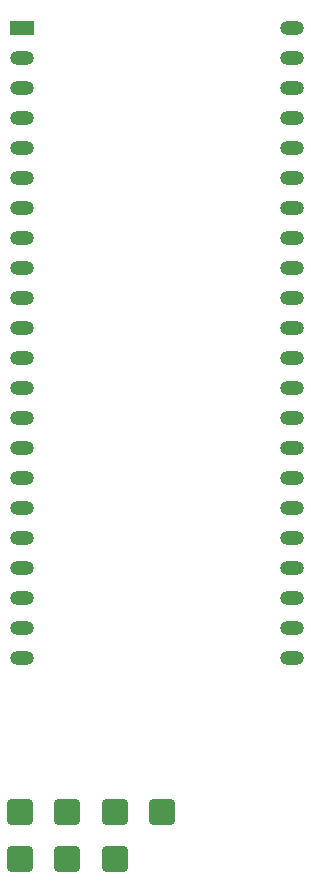
<source format=gts>
%TF.GenerationSoftware,KiCad,Pcbnew,9.0.2*%
%TF.CreationDate,2025-07-06T23:36:38+02:00*%
%TF.ProjectId,wireless-nes-adapter,77697265-6c65-4737-932d-6e65732d6164,rev?*%
%TF.SameCoordinates,Original*%
%TF.FileFunction,Soldermask,Top*%
%TF.FilePolarity,Negative*%
%FSLAX46Y46*%
G04 Gerber Fmt 4.6, Leading zero omitted, Abs format (unit mm)*
G04 Created by KiCad (PCBNEW 9.0.2) date 2025-07-06 23:36:38*
%MOMM*%
%LPD*%
G01*
G04 APERTURE LIST*
G04 Aperture macros list*
%AMRoundRect*
0 Rectangle with rounded corners*
0 $1 Rounding radius*
0 $2 $3 $4 $5 $6 $7 $8 $9 X,Y pos of 4 corners*
0 Add a 4 corners polygon primitive as box body*
4,1,4,$2,$3,$4,$5,$6,$7,$8,$9,$2,$3,0*
0 Add four circle primitives for the rounded corners*
1,1,$1+$1,$2,$3*
1,1,$1+$1,$4,$5*
1,1,$1+$1,$6,$7*
1,1,$1+$1,$8,$9*
0 Add four rect primitives between the rounded corners*
20,1,$1+$1,$2,$3,$4,$5,0*
20,1,$1+$1,$4,$5,$6,$7,0*
20,1,$1+$1,$6,$7,$8,$9,0*
20,1,$1+$1,$8,$9,$2,$3,0*%
G04 Aperture macros list end*
%ADD10RoundRect,0.250000X-0.825000X-0.825000X0.825000X-0.825000X0.825000X0.825000X-0.825000X0.825000X0*%
%ADD11R,2.000000X1.200000*%
%ADD12O,2.000000X1.200000*%
G04 APERTURE END LIST*
D10*
%TO.C,G1*%
X114500000Y-124500000D03*
%TD*%
%TO.C,N2*%
X102500000Y-128500000D03*
%TD*%
%TO.C,N1*%
X106500000Y-128500000D03*
%TD*%
%TO.C,D1*%
X102500000Y-124500000D03*
%TD*%
%TO.C,L1*%
X106500000Y-124500000D03*
%TD*%
%TO.C,C1*%
X110500000Y-124500000D03*
%TD*%
%TO.C,VCC1*%
X110500000Y-128500000D03*
%TD*%
D11*
%TO.C,U1*%
X102640000Y-58140000D03*
D12*
X102640000Y-60680000D03*
X102640000Y-63220000D03*
X102640000Y-65760000D03*
X102640000Y-68300000D03*
X102640000Y-70840000D03*
X102640000Y-73380000D03*
X102640000Y-75920000D03*
X102640000Y-78460000D03*
X102640000Y-81000000D03*
X102640000Y-83540000D03*
X102640000Y-86080000D03*
X102640000Y-88620000D03*
X102640000Y-91160000D03*
X102640000Y-93700000D03*
X102640000Y-96240000D03*
X102640000Y-98780000D03*
X102640000Y-101320000D03*
X102640000Y-103860000D03*
X102636320Y-106397280D03*
X102636320Y-108937280D03*
X102636320Y-111477280D03*
X125500000Y-111480000D03*
X125500000Y-108940000D03*
X125500000Y-106400000D03*
X125500000Y-103860000D03*
X125500000Y-101320000D03*
X125500000Y-98780000D03*
X125500000Y-96240000D03*
X125500000Y-93700000D03*
X125500000Y-91160000D03*
X125500000Y-88620000D03*
X125500000Y-86080000D03*
X125500000Y-83540000D03*
X125500000Y-81000000D03*
X125500000Y-78460000D03*
X125500000Y-75920000D03*
X125500000Y-73380000D03*
X125500000Y-70840000D03*
X125500000Y-68300000D03*
X125500000Y-65760000D03*
X125500000Y-63220000D03*
X125500000Y-60680000D03*
X125500000Y-58140000D03*
%TD*%
M02*

</source>
